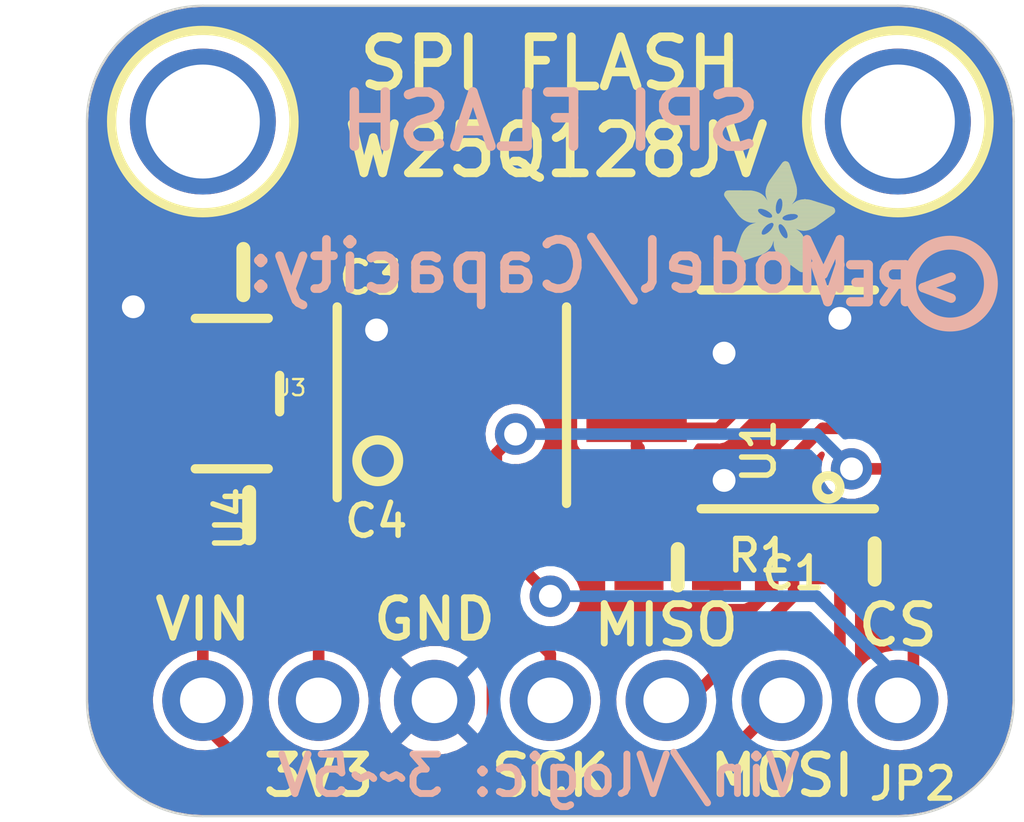
<source format=kicad_pcb>
(kicad_pcb (version 20211014) (generator pcbnew)
  (layers (0 "F.Cu" signal) (31 "B.Cu" signal) (34 "B.Paste" user) (35 "F.Paste" user) (36 "B.SilkS" user "B.Silkscreen") (37 "F.SilkS" user "F.Silkscreen") (38 "B.Mask" user) (39 "F.Mask" user) (44 "Edge.Cuts" user))
  (net 0 "")
  (net 1 "GND")
  (net 2 "SCK_3.3V")
  (net 3 "MOSI_3.3V")
  (net 4 "MISO_3.3V")
  (net 5 "SSEL_3.3V")
  (net 6 "SCK")
  (net 7 "MOSI")
  (net 8 "SS")
  (net 9 "3.3V")
  (net 10 "VIN")
  (footprint "eagleBoard:FIDUCIAL_1MM" (layer "F.Cu") (at 139.2301 107.1626)
    (fp_text reference "FID2" hide)
    (fp_text value "FIDUCIAL_1MM" hide)
    (pad "1" smd roundrect (at 0 0) (size 1 1) (layers "F.Cu" "F.Mask") (roundrect_rratio 0.5))
  )
  (footprint "eagleBoard:FIDUCIAL_1MM" (layer "F.Cu") (at 157.8991 101.1936)
    (fp_text reference "FID3" hide)
    (fp_text value "FIDUCIAL_1MM" hide)
    (pad "1" smd roundrect (at 0 0) (size 1 1) (layers "F.Cu" "F.Mask") (roundrect_rratio 0.5))
  )
  (footprint "eagleBoard:MOUNTINGHOLE_2.5_PLATED" (layer "F.Cu") (at 156.1211 98.6536)
    (fp_text reference "U$17" hide)
    (fp_text value "MOUNTINGHOLE2.5" hide)
    (pad "P$1" thru_hole circle (at 0 0) (size 3.2 3.2) (drill 2.5) (layers *.Cu *.Mask))
    (zone (net 0) (net_name "") (layer "F.Cu") (connect_pads (clearance 0)) (min_thickness 0.254)
      (keepout (tracks not_allowed) (vias not_allowed) (pads not_allowed) (copperpour not_allowed) (footprints allowed))
      (fill (thermal_gap 0.508) (thermal_bridge_width 0.508))
      (polygon (pts (xy 158.1371 98.6536) (xy 158.106472 98.303525) (xy 158.01552 97.964087) (xy 157.867007 97.6456) (xy 157.665446 97.35774) (xy 157.41696 97.109254) (xy 157.1291 96.907693) (xy 156.810613 96.75918) (xy 156.471175 96.668228) (xy 156.1211 96.6376) (xy 155.771025 96.668228) (xy 155.431587 96.75918) (xy 155.1131 96.907693) (xy 154.82524 97.109254) (xy 154.576754 97.35774) (xy 154.375193 97.6456) (xy 154.22668 97.964087) (xy 154.135728 98.303525) (xy 154.1051 98.6536) (xy 154.135728 99.003675) (xy 154.22668 99.343113) (xy 154.375193 99.6616) (xy 154.576754 99.94946) (xy 154.82524 100.197946) (xy 155.1131 100.399507) (xy 155.431587 100.54802) (xy 155.771025 100.638972) (xy 156.1211 100.6696) (xy 156.471175 100.638972) (xy 156.810613 100.54802) (xy 157.1291 100.399507) (xy 157.41696 100.197946) (xy 157.665446 99.94946) (xy 157.867007 99.6616) (xy 158.01552 99.343113) (xy 158.106472 99.003675)))
      (polygon (pts (xy 156.1051 98.6536) (xy 156.105343 98.656378) (xy 156.106065 98.659072) (xy 156.107244 98.6616) (xy 156.108843 98.663885) (xy 156.110815 98.665857) (xy 156.1131 98.667456) (xy 156.115628 98.668635) (xy 156.118322 98.669357) (xy 156.1211 98.6696) (xy 156.123878 98.669357) (xy 156.126572 98.668635) (xy 156.1291 98.667456) (xy 156.131385 98.665857) (xy 156.133357 98.663885) (xy 156.134956 98.6616) (xy 156.136135 98.659072) (xy 156.136857 98.656378) (xy 156.1371 98.6536) (xy 156.136857 98.650822) (xy 156.136135 98.648128) (xy 156.134956 98.6456) (xy 156.133357 98.643315) (xy 156.131385 98.641343) (xy 156.1291 98.639744) (xy 156.126572 98.638565) (xy 156.123878 98.637843) (xy 156.1211 98.6376) (xy 156.118322 98.637843) (xy 156.115628 98.638565) (xy 156.1131 98.639744) (xy 156.110815 98.641343) (xy 156.108843 98.643315) (xy 156.107244 98.6456) (xy 156.106065 98.648128) (xy 156.105343 98.650822)))
    )
    (zone (net 0) (net_name "") (layer "B.Cu") (connect_pads (clearance 0)) (min_thickness 0.254)
      (keepout (tracks not_allowed) (vias not_allowed) (pads not_allowed) (copperpour not_allowed) (footprints allowed))
      (fill (thermal_gap 0.508) (thermal_bridge_width 0.508))
      (polygon (pts (xy 158.1371 98.6536) (xy 158.106472 98.303525) (xy 158.01552 97.964087) (xy 157.867007 97.6456) (xy 157.665446 97.35774) (xy 157.41696 97.109254) (xy 157.1291 96.907693) (xy 156.810613 96.75918) (xy 156.471175 96.668228) (xy 156.1211 96.6376) (xy 155.771025 96.668228) (xy 155.431587 96.75918) (xy 155.1131 96.907693) (xy 154.82524 97.109254) (xy 154.576754 97.35774) (xy 154.375193 97.6456) (xy 154.22668 97.964087) (xy 154.135728 98.303525) (xy 154.1051 98.6536) (xy 154.135728 99.003675) (xy 154.22668 99.343113) (xy 154.375193 99.6616) (xy 154.576754 99.94946) (xy 154.82524 100.197946) (xy 155.1131 100.399507) (xy 155.431587 100.54802) (xy 155.771025 100.638972) (xy 156.1211 100.6696) (xy 156.471175 100.638972) (xy 156.810613 100.54802) (xy 157.1291 100.399507) (xy 157.41696 100.197946) (xy 157.665446 99.94946) (xy 157.867007 99.6616) (xy 158.01552 99.343113) (xy 158.106472 99.003675)))
      (polygon (pts (xy 156.1051 98.6536) (xy 156.105343 98.656378) (xy 156.106065 98.659072) (xy 156.107244 98.6616) (xy 156.108843 98.663885) (xy 156.110815 98.665857) (xy 156.1131 98.667456) (xy 156.115628 98.668635) (xy 156.118322 98.669357) (xy 156.1211 98.6696) (xy 156.123878 98.669357) (xy 156.126572 98.668635) (xy 156.1291 98.667456) (xy 156.131385 98.665857) (xy 156.133357 98.663885) (xy 156.134956 98.6616) (xy 156.136135 98.659072) (xy 156.136857 98.656378) (xy 156.1371 98.6536) (xy 156.136857 98.650822) (xy 156.136135 98.648128) (xy 156.134956 98.6456) (xy 156.133357 98.643315) (xy 156.131385 98.641343) (xy 156.1291 98.639744) (xy 156.126572 98.638565) (xy 156.123878 98.637843) (xy 156.1211 98.6376) (xy 156.118322 98.637843) (xy 156.115628 98.638565) (xy 156.1131 98.639744) (xy 156.110815 98.641343) (xy 156.108843 98.643315) (xy 156.107244 98.6456) (xy 156.106065 98.648128) (xy 156.105343 98.650822)))
    )
  )
  (footprint "eagleBoard:SOIC8_208MIL" (layer "F.Cu") (at 153.7081 104.7496 90)
    (fp_text reference "U1" (at -1.905 -0.635 90) (layer "F.SilkS") (effects (font (size 0.692831 0.692831) (thickness 0.119969)) (justify left)))
    (fp_text value "Generic SPI Flash")
    (pad "1" smd rect (at -1.905 3.315 90) (size 0.6 2.2) (layers "F.Cu" "F.Paste" "F.Mask") (net 5 "SSEL_3.3V"))
    (pad "2" smd rect (at -0.635 3.315 90) (size 0.6 2.2) (layers "F.Cu" "F.Paste" "F.Mask") (net 4 "MISO_3.3V"))
    (pad "3" smd rect (at 0.635 3.315 90) (size 0.6 2.2) (layers "F.Cu" "F.Paste" "F.Mask") (net 9 "3.3V"))
    (pad "4" smd rect (at 1.905 3.315 90) (size 0.6 2.2) (layers "F.Cu" "F.Paste" "F.Mask") (net 1 "GND"))
    (pad "5" smd rect (at 1.905 -3.315 90) (size 0.6 2.2) (layers "F.Cu" "F.Paste" "F.Mask") (net 3 "MOSI_3.3V"))
    (pad "6" smd rect (at 0.635 -3.315 90) (size 0.6 2.2) (layers "F.Cu" "F.Paste" "F.Mask") (net 2 "SCK_3.3V"))
    (pad "7" smd rect (at -0.635 -3.315 90) (size 0.6 2.2) (layers "F.Cu" "F.Paste" "F.Mask") (net 9 "3.3V"))
    (pad "8" smd rect (at -1.905 -3.315 90) (size 0.6 2.2) (layers "F.Cu" "F.Paste" "F.Mask") (net 9 "3.3V"))
  )
  (footprint "eagleBoard:MOUNTINGHOLE_2.5_PLATED" (layer "F.Cu") (at 140.8811 98.6536)
    (fp_text reference "U$16" hide)
    (fp_text value "MOUNTINGHOLE2.5" hide)
    (pad "P$1" thru_hole circle (at 0 0) (size 3.2 3.2) (drill 2.5) (layers *.Cu *.Mask))
    (zone (net 0) (net_name "") (layer "F.Cu") (connect_pads (clearance 0)) (min_thickness 0.254)
      (keepout (tracks not_allowed) (vias not_allowed) (pads not_allowed) (copperpour not_allowed) (footprints allowed))
      (fill (thermal_gap 0.508) (thermal_bridge_width 0.508))
      (polygon (pts (xy 142.8971 98.6536) (xy 142.866472 98.303525) (xy 142.77552 97.964087) (xy 142.627007 97.6456) (xy 142.425446 97.35774) (xy 142.17696 97.109254) (xy 141.8891 96.907693) (xy 141.570613 96.75918) (xy 141.231175 96.668228) (xy 140.8811 96.6376) (xy 140.531025 96.668228) (xy 140.191587 96.75918) (xy 139.8731 96.907693) (xy 139.58524 97.109254) (xy 139.336754 97.35774) (xy 139.135193 97.6456) (xy 138.98668 97.964087) (xy 138.895728 98.303525) (xy 138.8651 98.6536) (xy 138.895728 99.003675) (xy 138.98668 99.343113) (xy 139.135193 99.6616) (xy 139.336754 99.94946) (xy 139.58524 100.197946) (xy 139.8731 100.399507) (xy 140.191587 100.54802) (xy 140.531025 100.638972) (xy 140.8811 100.6696) (xy 141.231175 100.638972) (xy 141.570613 100.54802) (xy 141.8891 100.399507) (xy 142.17696 100.197946) (xy 142.425446 99.94946) (xy 142.627007 99.6616) (xy 142.77552 99.343113) (xy 142.866472 99.003675)))
      (polygon (pts (xy 140.8651 98.6536) (xy 140.865343 98.656378) (xy 140.866065 98.659072) (xy 140.867244 98.6616) (xy 140.868843 98.663885) (xy 140.870815 98.665857) (xy 140.8731 98.667456) (xy 140.875628 98.668635) (xy 140.878322 98.669357) (xy 140.8811 98.6696) (xy 140.883878 98.669357) (xy 140.886572 98.668635) (xy 140.8891 98.667456) (xy 140.891385 98.665857) (xy 140.893357 98.663885) (xy 140.894956 98.6616) (xy 140.896135 98.659072) (xy 140.896857 98.656378) (xy 140.8971 98.6536) (xy 140.896857 98.650822) (xy 140.896135 98.648128) (xy 140.894956 98.6456) (xy 140.893357 98.643315) (xy 140.891385 98.641343) (xy 140.8891 98.639744) (xy 140.886572 98.638565) (xy 140.883878 98.637843) (xy 140.8811 98.6376) (xy 140.878322 98.637843) (xy 140.875628 98.638565) (xy 140.8731 98.639744) (xy 140.870815 98.641343) (xy 140.868843 98.643315) (xy 140.867244 98.6456) (xy 140.866065 98.648128) (xy 140.865343 98.650822)))
    )
    (zone (net 0) (net_name "") (layer "B.Cu") (connect_pads (clearance 0)) (min_thickness 0.254)
      (keepout (tracks not_allowed) (vias not_allowed) (pads not_allowed) (copperpour not_allowed) (footprints allowed))
      (fill (thermal_gap 0.508) (thermal_bridge_width 0.508))
      (polygon (pts (xy 142.8971 98.6536) (xy 142.866472 98.303525) (xy 142.77552 97.964087) (xy 142.627007 97.6456) (xy 142.425446 97.35774) (xy 142.17696 97.109254) (xy 141.8891 96.907693) (xy 141.570613 96.75918) (xy 141.231175 96.668228) (xy 140.8811 96.6376) (xy 140.531025 96.668228) (xy 140.191587 96.75918) (xy 139.8731 96.907693) (xy 139.58524 97.109254) (xy 139.336754 97.35774) (xy 139.135193 97.6456) (xy 138.98668 97.964087) (xy 138.895728 98.303525) (xy 138.8651 98.6536) (xy 138.895728 99.003675) (xy 138.98668 99.343113) (xy 139.135193 99.6616) (xy 139.336754 99.94946) (xy 139.58524 100.197946) (xy 139.8731 100.399507) (xy 140.191587 100.54802) (xy 140.531025 100.638972) (xy 140.8811 100.6696) (xy 141.231175 100.638972) (xy 141.570613 100.54802) (xy 141.8891 100.399507) (xy 142.17696 100.197946) (xy 142.425446 99.94946) (xy 142.627007 99.6616) (xy 142.77552 99.343113) (xy 142.866472 99.003675)))
      (polygon (pts (xy 140.8651 98.6536) (xy 140.865343 98.656378) (xy 140.866065 98.659072) (xy 140.867244 98.6616) (xy 140.868843 98.663885) (xy 140.870815 98.665857) (xy 140.8731 98.667456) (xy 140.875628 98.668635) (xy 140.878322 98.669357) (xy 140.8811 98.6696) (xy 140.883878 98.669357) (xy 140.886572 98.668635) (xy 140.8891 98.667456) (xy 140.891385 98.665857) (xy 140.893357 98.663885) (xy 140.894956 98.6616) (xy 140.896135 98.659072) (xy 140.896857 98.656378) (xy 140.8971 98.6536) (xy 140.896857 98.650822) (xy 140.896135 98.648128) (xy 140.894956 98.6456) (xy 140.893357 98.643315) (xy 140.891385 98.641343) (xy 140.8891 98.639744) (xy 140.886572 98.638565) (xy 140.883878 98.637843) (xy 140.8811 98.6376) (xy 140.878322 98.637843) (xy 140.875628 98.638565) (xy 140.8731 98.639744) (xy 140.870815 98.641343) (xy 140.868843 98.643315) (xy 140.867244 98.6456) (xy 140.866065 98.648128) (xy 140.865343 98.650822)))
    )
  )
  (footprint "eagleBoard:TSSOP16" (layer "F.Cu") (at 146.3421 104.8766)
    (fp_text reference "U3" (at -3.937 -0.381) (layer "F.SilkS") (effects (font (size 0.35308 0.35308) (thickness 0.05332)) (justify left)))
    (fp_text value "74HC4050D")
    (pad "1" smd rect (at -2.275 2.9178) (size 0.3048 0.9906) (layers "F.Cu" "F.Paste" "F.Mask") (net 9 "3.3V"))
    (pad "2" smd rect (at -1.625 2.9178) (size 0.3048 0.9906) (layers "F.Cu" "F.Paste" "F.Mask") (net 3 "MOSI_3.3V"))
    (pad "3" smd rect (at -0.975 2.9178) (size 0.3048 0.9906) (layers "F.Cu" "F.Paste" "F.Mask") (net 7 "MOSI"))
    (pad "4" smd rect (at -0.325 2.9178) (size 0.3048 0.9906) (layers "F.Cu" "F.Paste" "F.Mask") (net 2 "SCK_3.3V"))
    (pad "5" smd rect (at 0.325 2.9178) (size 0.3048 0.9906) (layers "F.Cu" "F.Paste" "F.Mask") (net 6 "SCK"))
    (pad "6" smd rect (at 0.975 2.9178) (size 0.3048 0.9906) (layers "F.Cu" "F.Paste" "F.Mask") (net 5 "SSEL_3.3V"))
    (pad "7" smd rect (at 1.625 2.9178) (size 0.3048 0.9906) (layers "F.Cu" "F.Paste" "F.Mask") (net 8 "SS"))
    (pad "8" smd rect (at 2.275 2.9178) (size 0.3048 0.9906) (layers "F.Cu" "F.Paste" "F.Mask") (net 1 "GND"))
    (pad "9" smd rect (at 2.275 -2.9178) (size 0.3048 0.9906) (layers "F.Cu" "F.Paste" "F.Mask") (net 1 "GND"))
    (pad "10" smd rect (at 1.625 -2.9178) (size 0.3048 0.9906) (layers "F.Cu" "F.Paste" "F.Mask"))
    (pad "11" smd rect (at 0.975 -2.9178) (size 0.3048 0.9906) (layers "F.Cu" "F.Paste" "F.Mask") (net 1 "GND"))
    (pad "12" smd rect (at 0.325 -2.9178) (size 0.3048 0.9906) (layers "F.Cu" "F.Paste" "F.Mask"))
    (pad "13" smd rect (at -0.325 -2.9178) (size 0.3048 0.9906) (layers "F.Cu" "F.Paste" "F.Mask"))
    (pad "14" smd rect (at -0.975 -2.9178) (size 0.3048 0.9906) (layers "F.Cu" "F.Paste" "F.Mask") (net 1 "GND"))
    (pad "15" smd rect (at -1.625 -2.9178) (size 0.3048 0.9906) (layers "F.Cu" "F.Paste" "F.Mask"))
    (pad "16" smd rect (at -2.275 -2.9178) (size 0.3048 0.9906) (layers "F.Cu" "F.Paste" "F.Mask"))
  )
  (footprint "eagleBoard:ADAFRUIT_2.5MM" (layer "F.Cu") (at 152.3111 101.9556)
    (fp_text reference "U$13" hide)
    (fp_text value "" hide)
  )
  (footprint "eagleBoard:0805-NO" (layer "F.Cu") (at 141.8971 107.2896)
    (fp_text reference "C4" (at 2.032 0.127) (layer "F.SilkS") (effects (font (size 0.692831 0.692831) (thickness 0.119969)) (justify left)))
    (fp_text value "10uF")
    (pad "1" smd rect (at -0.95 0) (size 1.24 1.5) (layers "F.Cu" "F.Paste" "F.Mask") (net 10 "VIN"))
    (pad "2" smd rect (at 0.95 0) (size 1.24 1.5) (layers "F.Cu" "F.Paste" "F.Mask") (net 1 "GND"))
  )
  (footprint "eagleBoard:1X07_ROUND_70" (layer "F.Cu") (at 148.5011 111.3536 180)
    (fp_text reference "JP2" (at -8.9662 -1.8288) (layer "F.SilkS") (effects (font (size 0.692831 0.692831) (thickness 0.119969)) (justify right)))
    (fp_text value "")
    (pad "1" thru_hole circle (at -7.62 0 270) (size 1.778 1.778) (drill 1) (layers *.Cu *.Mask) (net 8 "SS"))
    (pad "2" thru_hole circle (at -5.08 0 270) (size 1.778 1.778) (drill 1) (layers *.Cu *.Mask) (net 7 "MOSI"))
    (pad "3" thru_hole circle (at -2.54 0 270) (size 1.778 1.778) (drill 1) (layers *.Cu *.Mask) (net 4 "MISO_3.3V"))
    (pad "4" thru_hole circle (at 0 0 270) (size 1.778 1.778) (drill 1) (layers *.Cu *.Mask) (net 6 "SCK"))
    (pad "5" thru_hole circle (at 2.54 0 270) (size 1.778 1.778) (drill 1) (layers *.Cu *.Mask) (net 1 "GND"))
    (pad "6" thru_hole circle (at 5.08 0 270) (size 1.778 1.778) (drill 1) (layers *.Cu *.Mask) (net 9 "3.3V"))
    (pad "7" thru_hole circle (at 7.62 0 270) (size 1.778 1.778) (drill 1) (layers *.Cu *.Mask) (net 10 "VIN"))
  )
  (footprint "eagleBoard:0805-NO" (layer "F.Cu") (at 141.7701 101.9556)
    (fp_text reference "C3" (at 2.032 0.127) (layer "F.SilkS") (effects (font (size 0.692831 0.692831) (thickness 0.119969)) (justify left)))
    (fp_text value "10uF")
    (pad "1" smd rect (at -0.95 0) (size 1.24 1.5) (layers "F.Cu" "F.Paste" "F.Mask") (net 1 "GND"))
    (pad "2" smd rect (at 0.95 0) (size 1.24 1.5) (layers "F.Cu" "F.Paste" "F.Mask") (net 9 "3.3V"))
  )
  (footprint "eagleBoard:0603-NO" (layer "F.Cu") (at 155.6131 108.3056 180)
    (fp_text reference "R1" (at 1.778 0.127) (layer "F.SilkS") (effects (font (size 0.692831 0.692831) (thickness 0.119969)) (justify right)))
    (fp_text value "10K")
    (pad "1" smd rect (at -0.85 0 180) (size 1.075 1) (layers "F.Cu" "F.Paste" "F.Mask") (net 8 "SS"))
    (pad "2" smd rect (at 0.85 0 180) (size 1.075 1) (layers "F.Cu" "F.Paste" "F.Mask") (net 10 "VIN"))
  )
  (footprint "eagleBoard:SOT23-5" (layer "F.Cu") (at 141.5161 104.6226 -90)
    (fp_text reference "U4" (at 1.978 0 90) (layer "F.SilkS") (effects (font (size 0.692831 0.692831) (thickness 0.119969)) (justify right)))
    (fp_text value "AP2127K-3.3")
    (pad "1" smd rect (at -0.95 1.3001 270) (size 0.55 1.2) (layers "F.Cu" "F.Paste" "F.Mask") (net 10 "VIN"))
    (pad "2" smd rect (at 0 1.3001 270) (size 0.55 1.2) (layers "F.Cu" "F.Paste" "F.Mask") (net 1 "GND"))
    (pad "3" smd rect (at 0.95 1.3001 270) (size 0.55 1.2) (layers "F.Cu" "F.Paste" "F.Mask") (net 10 "VIN"))
    (pad "4" smd rect (at 0.95 -1.3001 270) (size 0.55 1.2) (layers "F.Cu" "F.Paste" "F.Mask"))
    (pad "5" smd rect (at -0.95 -1.3001 270) (size 0.55 1.2) (layers "F.Cu" "F.Paste" "F.Mask") (net 9 "3.3V"))
  )
  (footprint "eagleBoard:0603-NO" (layer "F.Cu") (at 151.2951 108.4326)
    (fp_text reference "C1" (at 1.778 0.127) (layer "F.SilkS") (effects (font (size 0.692831 0.692831) (thickness 0.119969)) (justify left)))
    (fp_text value "0.1uF")
    (pad "1" smd rect (at -0.85 0) (size 1.075 1) (layers "F.Cu" "F.Paste" "F.Mask") (net 9 "3.3V"))
    (pad "2" smd rect (at 0.85 0) (size 1.075 1) (layers "F.Cu" "F.Paste" "F.Mask") (net 1 "GND"))
  )
  (footprint "eagleBoard:PCBFEAT-REV-040" (layer "B.Cu") (at 157.2641 102.2096 180)
    (fp_text reference "U$21" hide)
    (fp_text value "" hide)
    (fp_text user ">REV" (at -0.3556 -0.508) (layer "B.SilkS") (effects (font (size 0.8128 0.8128) (thickness 0.2032)) (justify left bottom mirror)))
  )
  (gr_arc (start 158.6611 111.3536) (mid 157.917151 113.149651) (end 156.1211 113.8936) (layer "Edge.Cuts") (width 0.05))
  (gr_line (start 140.8811 96.1136) (end 156.1211 96.1136) (layer "Edge.Cuts") (width 0.05))
  (gr_arc (start 156.1211 96.1136) (mid 157.917151 96.857549) (end 158.6611 98.6536) (layer "Edge.Cuts") (width 0.05))
  (gr_line (start 156.1211 113.8936) (end 140.8811 113.8936) (layer "Edge.Cuts") (width 0.05))
  (gr_arc (start 140.8811 113.8936) (mid 139.085049 113.149651) (end 138.3411 111.3536) (layer "Edge.Cuts") (width 0.05))
  (gr_arc (start 138.3411 98.6536) (mid 139.085049 96.857549) (end 140.8811 96.1136) (layer "Edge.Cuts") (width 0.05))
  (gr_line (start 138.3411 111.3536) (end 138.3411 98.6536) (layer "Edge.Cuts") (width 0.05))
  (gr_line (start 158.6611 98.6536) (end 158.6611 111.3536) (layer "Edge.Cuts") (width 0.05))
  (gr_text "SPI FLASH" (at 148.5011 98.6536) (layer "B.SilkS") (effects (font (size 1.18745 1.18745) (thickness 0.20955)) (justify mirror)))
  (gr_text "Vin/Vlogic: 3~~5V" (at 148.2471 113.0046) (layer "B.SilkS") (effects (font (size 0.8636 0.8636) (thickness 0.1524)) (justify mirror)))
  (gr_text "Model/Capacity:" (at 148.5011 101.8286) (layer "B.SilkS") (effects (font (size 1.0795 1.0795) (thickness 0.1905)) (justify mirror)))
  (gr_text "VIN" (at 140.8811 109.5756) (layer "F.SilkS") (effects (font (size 0.8636 0.8636) (thickness 0.1524))))
  (gr_text "GND" (at 145.9611 109.5756) (layer "F.SilkS") (effects (font (size 0.8636 0.8636) (thickness 0.1524))))
  (gr_text "CS" (at 156.1211 109.7026) (layer "F.SilkS") (effects (font (size 0.8636 0.8636) (thickness 0.1524))))
  (gr_text "SPI FLASH" (at 148.5011 97.3836) (layer "F.SilkS") (effects (font (size 1.0795 1.0795) (thickness 0.1905))))
  (gr_text "MISO" (at 151.0411 109.7026) (layer "F.SilkS") (effects (font (size 0.8636 0.8636) (thickness 0.1524))))
  (gr_text "3V3" (at 143.4211 113.0046) (layer "F.SilkS") (effects (font (size 0.8636 0.8636) (thickness 0.1524))))
  (gr_text "W25Q128JV" (at 148.6281 99.2886) (layer "F.SilkS") (effects (font (size 1.0795 1.0795) (thickness 0.1905))))
  (gr_text "MOSI" (at 153.5811 113.0046) (layer "F.SilkS") (effects (font (size 0.8636 0.8636) (thickness 0.1524))))
  (gr_text "SCK" (at 148.5011 113.0046) (layer "F.SilkS") (effects (font (size 0.8636 0.8636) (thickness 0.1524))))
  (segment (start 149.5385 108.073) (end 149.5385 108.8841) (width 0.254) (layer "F.Cu") (net 1))
  (segment (start 152.1451 109.2336) (end 152.1451 108.4326) (width 0.254) (layer "F.Cu") (net 1))
  (segment (start 152.0571 109.3216) (end 152.1451 109.2336) (width 0.254) (layer "F.Cu") (net 1))
  (segment (start 149.2599 107.7944) (end 149.5385 108.073) (width 0.254) (layer "F.Cu") (net 1))
  (segment (start 149.5171 108.9055) (end 149.5171 109.0676) (width 0.254) (layer "F.Cu") (net 1))
  (segment (start 148.6171 107.7944) (end 149.2599 107.7944) (width 0.254) (layer "F.Cu") (net 1))
  (segment (start 149.7711 109.3216) (end 152.0571 109.3216) (width 0.254) (layer "F.Cu") (net 1))
  (segment (start 149.5385 108.8841) (end 149.5171 108.9055) (width 0.254) (layer "F.Cu") (net 1))
  (segment (start 149.5171 109.0676) (end 149.7711 109.3216) (width 0.254) (layer "F.Cu") (net 1))
  (via (at 154.8511 102.9716) (size 0.9064) (drill 0.5) (layers "F.Cu" "B.Cu") (net 1))
  (via (at 152.3111 106.5276) (size 0.9064) (drill 0.5) (layers "F.Cu" "B.Cu") (net 1))
  (via (at 139.3571 102.7176) (size 0.9064) (drill 0.5) (layers "F.Cu" "B.Cu") (net 1))
  (via (at 152.3111 103.7336) (size 0.9064) (drill 0.5) (layers "F.Cu" "B.Cu") (net 1))
  (via (at 144.6911 103.2256) (size 0.9064) (drill 0.5) (layers "F.Cu" "B.Cu") (net 1))
  (segment (start 146.0171 105.2016) (end 147.1041 104.1146) (width 0.254) (layer "F.Cu") (net 2))
  (segment (start 147.1041 104.1146) (end 150.3931 104.1146) (width 0.254) (layer "F.Cu") (net 2))
  (segment (start 146.0171 107.7944) (end 146.0171 105.2016) (width 0.254) (layer "F.Cu") (net 2))
  (segment (start 146.0881 103.6066) (end 144.7171 104.9776) (width 0.254) (layer "F.Cu") (net 3))
  (segment (start 148.6151 103.6066) (end 146.0881 103.6066) (width 0.254) (layer "F.Cu") (net 3))
  (segment (start 144.7171 104.9776) (end 144.7171 107.7944) (width 0.254) (layer "F.Cu") (net 3))
  (segment (start 149.3771 102.8446) (end 148.6151 103.6066) (width 0.254) (layer "F.Cu") (net 3))
  (segment (start 150.3931 102.8446) (end 149.3771 102.8446) (width 0.254) (layer "F.Cu") (net 3))
  (segment (start 153.8351 109.0676) (end 151.5491 111.3536) (width 0.254) (layer "F.Cu") (net 4))
  (segment (start 153.8351 106.0196) (end 153.8351 109.0676) (width 0.254) (layer "F.Cu") (net 4))
  (segment (start 151.5491 111.3536) (end 151.0411 111.3536) (width 0.254) (layer "F.Cu") (net 4))
  (segment (start 157.0231 105.3846) (end 154.4701 105.3846) (width 0.254) (layer "F.Cu") (net 4))
  (segment (start 154.4701 105.3846) (end 153.8351 106.0196) (width 0.254) (layer "F.Cu") (net 4))
  (segment (start 156.6421 106.2736) (end 157.0231 106.6546) (width 0.254) (layer "F.Cu") (net 5))
  (segment (start 147.3171 107.7944) (end 147.3171 105.9336) (width 0.254) (layer "F.Cu") (net 5))
  (segment (start 147.3171 105.9336) (end 147.7391 105.5116) (width 0.254) (layer "F.Cu") (net 5))
  (segment (start 155.1051 106.2736) (end 156.6421 106.2736) (width 0.254) (layer "F.Cu") (net 5))
  (via (at 155.1051 106.2736) (size 0.9064) (drill 0.5) (layers "F.Cu" "B.Cu") (net 5))
  (via (at 147.7391 105.5116) (size 0.9064) (drill 0.5) (layers "F.Cu" "B.Cu") (net 5))
  (segment (start 154.3431 105.5116) (end 155.1051 106.2736) (width 0.254) (layer "B.Cu") (net 5))
  (segment (start 147.7391 105.5116) (end 154.3431 105.5116) (width 0.254) (layer "B.Cu") (net 5))
  (segment (start 148.5011 110.3376) (end 146.6671 108.5036) (width 0.254) (layer "F.Cu") (net 6))
  (segment (start 146.6671 107.7944) (end 146.6671 108.5036) (width 0.254) (layer "F.Cu") (net 6))
  (segment (start 148.5011 110.3376) (end 148.5011 111.3536) (width 0.254) (layer "F.Cu") (net 6))
  (segment (start 147.2311 112.1156) (end 147.7391 112.6236) (width 0.254) (layer "F.Cu") (net 7))
  (segment (start 145.3671 108.4736) (end 147.2311 110.3376) (width 0.254) (layer "F.Cu") (net 7))
  (segment (start 152.3111 112.6236) (end 153.5811 111.3536) (width 0.254) (layer "F.Cu") (net 7))
  (segment (start 147.2311 110.3376) (end 147.2311 112.1156) (width 0.254) (layer "F.Cu") (net 7))
  (segment (start 147.7391 112.6236) (end 152.3111 112.6236) (width 0.254) (layer "F.Cu") (net 7))
  (segment (start 145.3671 107.7944) (end 145.3671 108.4736) (width 0.254) (layer "F.Cu") (net 7))
  (segment (start 156.4631 111.0116) (end 156.1211 111.3536) (width 0.254) (layer "F.Cu") (net 8))
  (segment (start 147.9671 108.5336) (end 148.5011 109.0676) (width 0.254) (layer "F.Cu") (net 8))
  (segment (start 147.9671 107.7944) (end 147.9671 108.5336) (width 0.254) (layer "F.Cu") (net 8))
  (segment (start 156.4631 108.3056) (end 156.4631 111.0116) (width 0.254) (layer "F.Cu") (net 8))
  (via (at 148.5011 109.0676) (size 0.9064) (drill 0.5) (layers "F.Cu" "B.Cu") (net 8))
  (segment (start 156.1211 110.8456) (end 156.1211 111.3536) (width 0.254) (layer "B.Cu") (net 8))
  (segment (start 148.5011 109.0676) (end 154.3431 109.0676) (width 0.254) (layer "B.Cu") (net 8))
  (segment (start 154.3431 109.0676) (end 156.1211 110.8456) (width 0.254) (layer "B.Cu") (net 8))
  (segment (start 150.3931 105.7656) (end 150.4451 105.8176) (width 0.254) (layer "F.Cu") (net 9))
  (segment (start 150.4451 105.8176) (end 150.4451 108.4326) (width 0.254) (layer "F.Cu") (net 9))
  (segment (start 150.3931 105.7656) (end 150.3931 106.6546) (width 0.254) (layer "F.Cu") (net 9))
  (segment (start 144.0671 104.3796) (end 143.3601 103.6726) (width 0.254) (layer "F.Cu") (net 9))
  (segment (start 153.4541 103.3526) (end 153.4541 104.1146) (width 0.254) (layer "F.Cu") (net 9))
  (segment (start 143.4211 109.8296) (end 143.4211 111.3536) (width 0.254) (layer "F.Cu") (net 9))
  (segment (start 144.0671 107.7944) (end 144.0671 104.3796) (width 0.254) (layer "F.Cu") (net 9))
  (segment (start 151.0411 100.9396) (end 143.7361 100.9396) (width 0.254) (layer "F.Cu") (net 9))
  (segment (start 142.7201 101.9556) (end 143.7361 100.9396) (width 0.254) (layer "F.Cu") (net 9))
  (segment (start 153.4541 104.1146) (end 157.0231 104.1146) (width 0.254) (layer "F.Cu") (net 9))
  (segment (start 142.8162 103.6726) (end 142.7201 103.5765) (width 0.254) (layer "F.Cu") (net 9))
  (segment (start 150.3931 105.3846) (end 152.1841 105.3846) (width 0.254) (layer "F.Cu") (net 9))
  (segment (start 143.3601 103.6726) (end 142.8162 103.6726) (width 0.254) (layer "F.Cu") (net 9))
  (segment (start 151.0411 100.9396) (end 153.4541 103.3526) (width 0.254) (layer "F.Cu") (net 9))
  (segment (start 142.7201 103.5765) (end 142.7201 101.9556) (width 0.254) (layer "F.Cu") (net 9))
  (segment (start 144.0671 109.1836) (end 143.4211 109.8296) (width 0.254) (layer "F.Cu") (net 9))
  (segment (start 150.3931 105.3846) (end 150.3931 105.7656) (width 0.254) (layer "F.Cu") (net 9))
  (segment (start 144.0671 107.7944) (end 144.0671 109.1836) (width 0.254) (layer "F.Cu") (net 9))
  (segment (start 152.1841 105.3846) (end 153.4541 104.1146) (width 0.254) (layer "F.Cu") (net 9))
  (segment (start 140.8811 107.3556) (end 140.9471 107.2896) (width 0.254) (layer "F.Cu") (net 10))
  (segment (start 140.216 103.6726) (end 141.0741 103.6726) (width 0.254) (layer "F.Cu") (net 10))
  (segment (start 140.9471 106.3037) (end 140.216 105.5726) (width 0.254) (layer "F.Cu") (net 10))
  (segment (start 141.3891 103.9876) (end 141.3891 105.2576) (width 0.254) (layer "F.Cu") (net 10))
  (segment (start 154.7631 108.3056) (end 154.8511 108.3936) (width 0.254) (layer "F.Cu") (net 10))
  (segment (start 154.8511 108.3936) (end 154.8511 111.807813) (width 0.254) (layer "F.Cu") (net 10))
  (segment (start 153.527312 113.1316) (end 142.1511 113.1316) (width 0.254) (layer "F.Cu") (net 10))
  (segment (start 140.8811 111.3536) (end 140.8811 107.3556) (width 0.254) (layer "F.Cu") (net 10))
  (segment (start 154.8511 111.807813) (end 153.527312 113.1316) (width 0.254) (layer "F.Cu") (net 10))
  (segment (start 141.0741 105.5726) (end 140.216 105.5726) (width 0.254) (layer "F.Cu") (net 10))
  (segment (start 141.3891 105.2576) (end 141.0741 105.5726) (width 0.254) (layer "F.Cu") (net 10))
  (segment (start 140.8811 111.8616) (end 140.8811 111.3536) (width 0.254) (layer "F.Cu") (net 10))
  (segment (start 140.9471 107.2896) (end 140.9471 106.3037) (width 0.254) (layer "F.Cu") (net 10))
  (segment (start 142.1511 113.1316) (end 140.8811 111.8616) (width 0.254) (layer "F.Cu") (net 10))
  (segment (start 141.0741 103.6726) (end 141.3891 103.9876) (width 0.254) (layer "F.Cu") (net 10))
  (zone (net 1) (net_name "GND") (layer "F.Cu") (priority 6) (connect_pads (clearance 0.000001)) (min_thickness 0.127) (fill yes (thermal_gap 0.304) (thermal_bridge_width 0.304))
    (polygon (pts (xy 158.7881 114.0206) (xy 138.2141 114.0206) (xy 138.2141 95.9866) (xy 158.7881 95.9866)))
  )
  (zone (net 1) (net_name "GND") (layer "B.Cu") (priority 6) (connect_pads (clearance 0.000001)) (min_thickness 0.127) (fill yes (thermal_gap 0.304) (thermal_bridge_width 0.304))
    (polygon (pts (xy 158.7881 114.0206) (xy 138.2141 114.0206) (xy 138.2141 95.9866) (xy 158.7881 95.9866)))
  )
)
</source>
